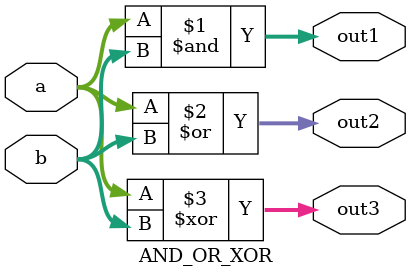
<source format=v>
`timescale 1ns / 1ps
module AND_OR_XOR (input [31:0] a,b,
                  output[31:0] out1,out2,out3);
assign out1 = a&b;
assign out2 = a|b;
assign out3 = a^b;
endmodule

</source>
